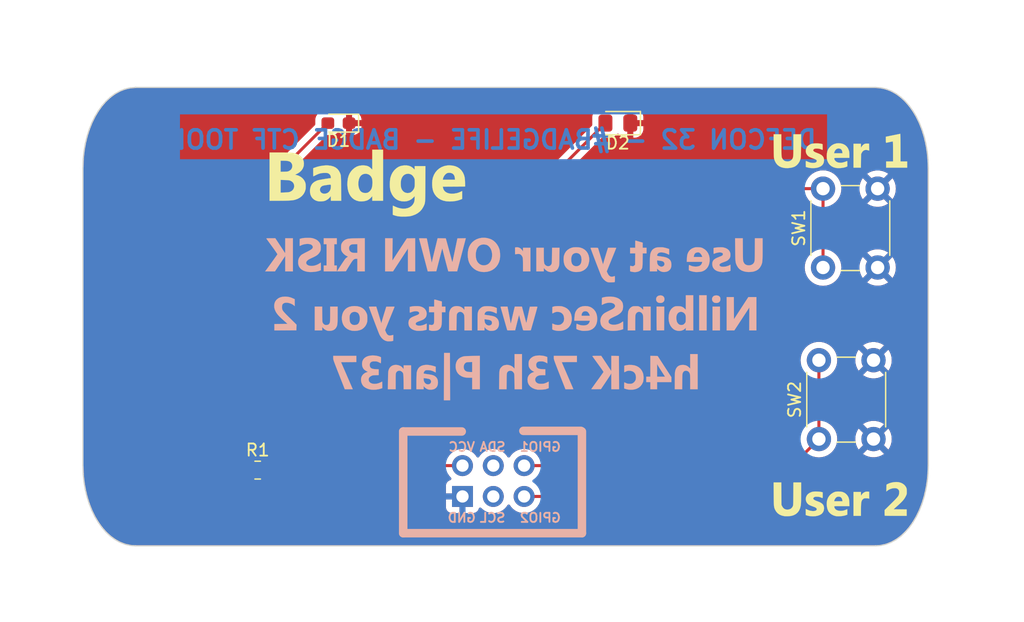
<source format=kicad_pcb>
(kicad_pcb (version 20221018) (generator pcbnew)
  (layers (0 "F.Cu" signal) (31 "B.Cu" signal) (34 "B.Paste" user) (35 "F.Paste" user) (36 "B.SilkS" user "B.Silkscreen") (37 "F.SilkS" user "F.Silkscreen") (38 "B.Mask" user) (39 "F.Mask" user) (44 "Edge.Cuts" user))
  (net 0 "")
  (net 1 "Net-(X1-GPIO1)")
  (net 2 "Net-(X1-GPIO2)")
  (net 5 "Net-(X1-VCC)")
  (net 6 "GND")
  (net 7 "Net-(D1-A)")
  (footprint "LOGO" (layer "F.Cu") (at 71.229084 55.775993)
    (fp_text reference "G***" hide)
    (fp_text value "LOGO" hide)
  )
  (footprint "LOGO" (layer "F.Cu") (at 71.229084 55.775993)
    (fp_text reference "G***" hide)
    (fp_text value "LOGO" hide)
  )
  (footprint "Resistor_SMD:R_0805_2012Metric_Pad1.20x1.40mm_HandSolder" (layer "F.Cu") (at 50.82 74.21)
    (fp_text reference "R1" (at 0 -1.65) (layer "F.SilkS"))
    (fp_text value "R")
    (pad "1" smd roundrect (at -1 0) (size 1.2 1.4) (layers "F.Cu" "F.Paste" "F.Mask") (roundrect_rratio 0.2083333333) (net 7 "Net-(D1-A)"))
    (pad "2" smd roundrect (at 1 0) (size 1.2 1.4) (layers "F.Cu" "F.Paste" "F.Mask") (roundrect_rratio 0.2083333333) (net 5 "Net-(X1-VCC)"))
  )
  (footprint "LED_SMD:LED_0603_1608Metric_Pad1.05x0.95mm_HandSolder" (layer "F.Cu") (at 57.4775 45.61 180)
    (fp_text reference "D1" (at 0 -1.43) (layer "F.SilkS"))
    (fp_text value "LED")
    (pad "1" smd roundrect (at -0.875 0 180) (size 1.05 0.95) (layers "F.Cu" "F.Paste" "F.Mask") (net 6 "GND"))
    (pad "2" smd roundrect (at 0.875 0 180) (size 1.05 0.95) (layers "F.Cu" "F.Paste" "F.Mask") (net 7 "Net-(D1-A)"))
  )
  (footprint "badgelife_sao_v169bis:Badgelife-SAOv169-SAO-2x3" (layer "F.Cu") (at 70.18 75.09)
    (fp_text reference "X1" hide)
    (fp_text value "Badgelife_sao_connector_v169bis")
    (fp_text user "GPIO2" (at 3.937 3.048) (layer "B.SilkS") (effects (font (size 0.75 0.75)) (justify mirror)))
    (fp_text user "SCL" (at 0 3.048) (layer "B.SilkS") (effects (font (size 0.75 0.75)) (justify mirror)))
    (fp_text user "SDA" (at 0 -2.794 unlocked) (layer "B.SilkS") (effects (font (size 0.75 0.75)) (justify mirror)))
    (fp_text user "VCC" (at -2.54 -2.794 unlocked) (layer "B.SilkS") (effects (font (size 0.75 0.75)) (justify mirror)))
    (fp_text user "GPIO1" (at 3.937 -2.794 unlocked) (layer "B.SilkS") (effects (font (size 0.75 0.75)) (justify mirror)))
    (fp_text user "GND" (at -2.54 3.048 unlocked) (layer "B.SilkS") (effects (font (size 0.75 0.75)) (justify mirror)))
    (pad "1" thru_hole oval (at -2.48 -1.25 270) (size 1.7272 1.7272) (drill 1.016) (layers "*.Cu" "*.Mask") (net 5 "Net-(X1-VCC)"))
    (pad "2" thru_hole rect (at -2.48 1.29 270) (size 1.7272 1.7272) (drill 1.016) (layers "*.Cu" "*.Mask") (net 6 "GND"))
    (pad "3" thru_hole oval (at 0.06 -1.25 270) (size 1.7272 1.7272) (drill 1.016) (layers "*.Cu" "*.Mask"))
    (pad "4" thru_hole oval (at 0.06 1.29 270) (size 1.7272 1.7272) (drill 1.016) (layers "*.Cu" "*.Mask"))
    (pad "5" thru_hole circle (at 2.6 -1.25 270) (size 1.7272 1.7272) (drill 1.016) (layers "*.Cu" "*.Mask") (net 1 "Net-(X1-GPIO1)"))
    (pad "6" thru_hole circle (at 2.6 1.29 270) (size 1.7272 1.7272) (drill 1.016) (layers "*.Cu" "*.Mask") (net 2 "Net-(X1-GPIO2)"))
  )
  (footprint "LOGO" (layer "F.Cu") (at 71.229084 55.775993)
    (fp_text reference "G***" hide)
    (fp_text value "LOGO" hide)
    (fp_poly (pts (xy -18.2245 4.720166) (xy -14.1605 4.720166) (xy -14.1605 0.783166) (xy -11.895667 0.783166) (xy -11.895667 10.689537) (xy -14.149917 10.678583) (xy -14.155316 8.673041) (xy -14.160715 6.6675) (xy -18.2245 6.6675) (xy -18.2245 10.689166) (xy -20.468167 10.689166) (xy -20.468167 0.783166) (xy -18.2245 0.783166) (xy -18.2245 4.720166)) (stroke (width 0.01)) (fill solid) (layer "F.Cu"))
    (fp_poly (pts (xy -4.212167 7.006166) (xy -3.026834 7.006166) (xy -3.026834 8.5725) (xy -4.212167 8.5725) (xy -4.212167 10.689166) (xy -5.203473 10.689166) (xy -5.404385 10.688874) (xy -5.592244 10.688036) (xy -5.762831 10.686712) (xy -5.911927 10.684962) (xy -6.03531 10.682844) (xy -6.128761 10.680417) (xy -6.188061 10.677741) (xy -6.208889 10.675055) (xy -6.211674 10.651716) (xy -6.214276 10.590151) (xy -6.216641 10.494468) (xy -6.218714 10.368775) (xy -6.220441 10.217179) (xy -6.221767 10.043788) (xy -6.222636 9.852709) (xy -6.222994 9.64805) (xy -6.223 9.616722) (xy -6.223 8.5725) (xy -10.519834 8.5725) (xy -10.519834 7.179642) (xy -10.407302 7.006166) (xy -8.683203 7.006166) (xy -6.227979 7.006166) (xy -6.215927 5.064125) (xy -6.214015 4.779568) (xy -6.211895 4.506081) (xy -6.209606 4.246764) (xy -6.207188 4.004717) (xy -6.204683 3.78304) (xy -6.202129 3.584832) (xy -6.199568 3.413193) (xy -6.197039 3.271222) (xy -6.194582 3.16202) (xy -6.192238 3.088687) (xy -6.190047 3.054321) (xy -6.189868 3.053291) (xy -6.183491 3.001367) (xy -6.19163 2.986091) (xy -6.21185 3.005319) (xy -6.241716 3.056907) (xy -6.274044 3.127375) (xy -6.309148 3.207347) (xy -6.348779 3.291348) (xy -6.394451 3.381897) (xy -6.447684 3.481513) (xy -6.509992 3.592716) (xy -6.582893 3.718024) (xy -6.667904 3.859958) (xy -6.766541 4.021037) (xy -6.880322 4.203779) (xy -7.010762 4.410706) (xy -7.159378 4.644335) (xy -7.327688 4.907186) (xy -7.517207 5.20178) (xy -7.602475 5.334) (xy -7.753128 5.567455) (xy -7.897796 5.791606) (xy -8.034752 6.003779) (xy -8.162267 6.201298) (xy -8.278615 6.38149) (xy -8.382069 6.541679) (xy -8.470901 6.679191) (xy -8.543384 6.791351) (xy -8.59779 6.875485) (xy -8.632392 6.928917) (xy -8.644785 6.947958) (xy -8.683203 7.006166) (xy -10.407302 7.006166) (xy -6.377368 0.79375) (xy -5.294768 0.788266) (xy -4.212167 0.782782) (xy -4.212167 7.006166)) (stroke (width 0.01)) (fill solid) (layer "F.Cu"))
    (fp_poly (pts (xy 11.267748 0.643658) (xy 11.609362 0.700008) (xy 11.935027 0.786752) (xy 12.238901 0.903884) (xy 12.329583 0.947279) (xy 12.565734 1.08458) (xy 12.799031 1.255129) (xy 13.019241 1.450488) (xy 13.216131 1.66222) (xy 13.256185 1.71127) (xy 13.430041 1.956853) (xy 13.590665 2.238427) (xy 13.736096 2.551176) (xy 13.864378 2.890286) (xy 13.973551 3.250943) (xy 14.061656 3.628333) (xy 14.084121 3.7465) (xy 14.150679 4.181447) (xy 14.198814 4.639018) (xy 14.228569 5.111116) (xy 14.239986 5.589647) (xy 14.233109 6.066517) (xy 14.207979 6.533632) (xy 14.164639 6.982896) (xy 14.103131 7.406215) (xy 14.063793 7.614318) (xy 13.956719 8.058184) (xy 13.824617 8.47256) (xy 13.668106 8.856482) (xy 13.487806 9.208984) (xy 13.284338 9.529101) (xy 13.058322 9.815869) (xy 12.810378 10.068321) (xy 12.541126 10.285492) (xy 12.251187 10.466418) (xy 12.220687 10.482686) (xy 11.914066 10.621016) (xy 11.582521 10.727945) (xy 11.230304 10.802742) (xy 10.861672 10.844676) (xy 10.48088 10.853015) (xy 10.170583 10.835029) (xy 9.798814 10.783121) (xy 9.453457 10.698755) (xy 9.132915 10.581219) (xy 8.83559 10.429799) (xy 8.559885 10.24378) (xy 8.304204 10.022449) (xy 8.264402 9.983062) (xy 8.055398 9.751973) (xy 7.871463 9.503655) (xy 7.709347 9.232535) (xy 7.565798 8.933039) (xy 7.437569 8.599597) (xy 7.410171 8.518338) (xy 7.310957 8.184503) (xy 7.229382 7.837404) (xy 7.164825 7.472356) (xy 7.11667 7.084672) (xy 7.084296 6.669666) (xy 7.067084 6.222653) (xy 7.063726 5.894916) (xy 7.069229 5.538861) (xy 9.296816 5.538861) (xy 9.298277 6.062036) (xy 9.298906 6.096) (xy 9.306716 6.400783) (xy 9.318037 6.670067) (xy 9.333599 6.910594) (xy 9.354131 7.129107) (xy 9.380364 7.332348) (xy 9.413027 7.52706) (xy 9.45285 7.719986) (xy 9.492817 7.887373) (xy 9.580033 8.182231) (xy 9.683457 8.43821) (xy 9.80333 8.65564) (xy 9.939894 8.834848) (xy 10.093392 8.976163) (xy 10.264064 9.079915) (xy 10.411723 9.135687) (xy 10.49361 9.149898) (xy 10.601613 9.156045) (xy 10.720354 9.15446) (xy 10.834457 9.145474) (xy 10.928544 9.129418) (xy 10.947728 9.124157) (xy 11.005195 9.099969) (xy 11.080686 9.059556) (xy 11.157997 9.011603) (xy 11.159022 9.010914) (xy 11.303814 8.892703) (xy 11.434161 8.741934) (xy 11.550376 8.557652) (xy 11.652771 8.338899) (xy 11.741659 8.084721) (xy 11.817352 7.794161) (xy 11.880163 7.466261) (xy 11.930403 7.100067) (xy 11.968385 6.694621) (xy 11.982048 6.490941) (xy 11.990534 6.300581) (xy 11.995592 6.080643) (xy 11.997371 5.840248) (xy 11.996021 5.588517) (xy 11.99169 5.334571) (xy 11.984528 5.087531) (xy 11.974683 4.856517) (xy 11.962304 4.650652) (xy 11.949472 4.497916) (xy 11.90171 4.107175) (xy 11.840268 3.756052) (xy 11.764981 3.444049) (xy 11.675685 3.170666) (xy 11.572216 2.935404) (xy 11.454409 2.737765) (xy 11.322101 2.57725) (xy 11.315142 2.570229) (xy 11.187953 2.458187) (xy 11.061572 2.381415) (xy 10.924417 2.334703) (xy 10.764905 2.312841) (xy 10.739849 2.311454) (xy 10.546063 2.315994) (xy 10.376496 2.351201) (xy 10.223372 2.420025) (xy 10.078913 2.525413) (xy 10.013267 2.586946) (xy 9.86876 2.759031) (xy 9.740487 2.970045) (xy 9.628445 3.220009) (xy 9.53263 3.508943) (xy 9.453038 3.836866) (xy 9.389665 4.2038) (xy 9.342506 4.609763) (xy 9.311558 5.054777) (xy 9.296816 5.538861) (xy 7.069229 5.538861) (xy 7.071239 5.408878) (xy 7.094226 4.957591) (xy 7.133357 4.536144) (xy 7.189302 4.139627) (xy 7.26273 3.763129) (xy 7.354313 3.401741) (xy 7.443324 3.113545) (xy 7.587901 2.734457) (xy 7.758902 2.38174) (xy 7.954801 2.057265) (xy 8.174075 1.762906) (xy 8.415198 1.500534) (xy 8.676645 1.272022) (xy 8.956891 1.079242) (xy 9.210263 0.944162) (xy 9.524898 0.818025) (xy 9.858633 0.722317) (xy 10.205628 0.657032) (xy 10.560039 0.622164) (xy 10.916027 0.617708) (xy 11.267748 0.643658)) (stroke (width 0.01)) (fill solid) (layer "F.Cu"))
    (fp_poly (pts (xy 17.933458 0.789136) (xy 18.292123 0.790579) (xy 18.611369 0.791989) (xy 18.894109 0.793485) (xy 19.143257 0.795182) (xy 19.361728 0.797199) (xy 19.552435 0.799651) (xy 19.718291 0.802657) (xy 19.862211 0.806334) (xy 19.987109 0.810797) (xy 20.095897 0.816165) (xy 20.191491 0.822554) (xy 20.276803 0.830081) (xy 20.354748 0.838864) (xy 20.42824 0.849019) (xy 20.500191 0.860663) (xy 20.573517 0.873914) (xy 20.65113 0.888889) (xy 20.710693 0.900682) (xy 21.08259 0.990286) (xy 21.420206 1.104566) (xy 21.72387 1.243818) (xy 21.993909 1.408336) (xy 22.230649 1.598416) (xy 22.434418 1.814352) (xy 22.605544 2.05644) (xy 22.744353 2.324975) (xy 22.851173 2.620251) (xy 22.916437 2.88925) (xy 22.937719 3.038521) (xy 22.950846 3.216805) (xy 22.955934 3.411825) (xy 22.953097 3.611309) (xy 22.942452 3.802982) (xy 22.924116 3.97457) (xy 22.905157 4.083761) (xy 22.813758 4.411597) (xy 22.685452 4.719093) (xy 22.521003 5.005225) (xy 22.321176 5.268968) (xy 22.086734 5.509298) (xy 21.818441 5.72519) (xy 21.556067 5.893502) (xy 21.408537 5.972592) (xy 21.243395 6.051481) (xy 21.076685 6.123009) (xy 20.924453 6.180012) (xy 20.886208 6.19252) (xy 20.821973 6.214512) (xy 20.777898 6.233094) (xy 20.764579 6.24274) (xy 20.782413 6.256912) (xy 20.827916 6.279965) (xy 20.863397 6.295363) (xy 21.025963 6.379188) (xy 21.199865 6.500601) (xy 21.38272 6.657143) (xy 21.572144 6.846354) (xy 21.765754 7.065775) (xy 21.961166 7.312945) (xy 22.155996 7.585406) (xy 22.24951 7.725833) (xy 22.304324 7.810424) (xy 22.3754 7.920688) (xy 22.460713 8.053449) (xy 22.558242 8.205532) (xy 22.665961 8.373761) (xy 22.781849 8.554959) (xy 22.903881 8.745952) (xy 23.030035 8.943564) (xy 23.158287 9.144619) (xy 23.286615 9.345941) (xy 23.412994 9.544355) (xy 23.535401 9.736685) (xy 23.651814 9.919755) (xy 23.760208 10.090389) (xy 23.858561 10.245412) (xy 23.94485 10.381649) (xy 24.01705 10.495923) (xy 24.07314 10.585058) (xy 24.111095 10.64588) (xy 24.128892 10.675212) (xy 24.13 10.677419) (xy 24.109439 10.679508) (xy 24.050181 10.681472) (xy 23.955861 10.683279) (xy 23.830115 10.684896) (xy 23.676579 10.68629) (xy 23.498889 10.687429) (xy 23.30068 10.68828) (xy 23.085588 10.68881) (xy 22.85725 10.688986) (xy 22.844125 10.688985) (xy 21.55825 10.688804) (xy 20.7645 9.372871) (xy 20.582939 9.072114) (xy 20.421471 8.805289) (xy 20.278518 8.569958) (xy 20.152499 8.363687) (xy 20.041836 8.184043) (xy 19.944949 8.028588) (xy 19.860259 7.89489) (xy 19.786186 7.780512) (xy 19.721152 7.68302) (xy 19.663576 7.599979) (xy 19.61188 7.528955) (xy 19.564485 7.467512) (xy 19.519811 7.413215) (xy 19.476278 7.36363) (xy 19.432309 7.316322) (xy 19.426961 7.310717) (xy 19.296518 7.182366) (xy 19.178201 7.084757) (xy 19.063315 7.011777) (xy 18.943165 6.957309) (xy 18.905391 6.943865) (xy 18.849146 6.92695) (xy 18.791203 6.914963) (xy 18.72282 6.90711) (xy 18.63525 6.902596) (xy 18.51975 6.900626) (xy 18.426364 6.900333) (xy 18.07656 6.900333) (xy 18.06575 10.678583) (xy 15.8115 10.689537) (xy 15.8115 5.212325) (xy 18.076333 5.212325) (xy 18.695458 5.201522) (xy 18.880614 5.197981) (xy 19.029377 5.194247) (xy 19.147683 5.189902) (xy 19.241472 5.184529) (xy 19.316682 5.177708) (xy 19.379251 5.169024) (xy 19.435118 5.158058) (xy 19.483916 5.146066) (xy 19.730293 5.061383) (xy 19.950594 4.944888) (xy 20.143022 4.798162) (xy 20.30578 4.622787) (xy 20.437071 4.420347) (xy 20.520863 4.232888) (xy 20.560599 4.087841) (xy 20.58561 3.917396) (xy 20.595123 3.736125) (xy 20.588367 3.558597) (xy 20.564919 3.400944) (xy 20.498743 3.18865) (xy 20.400866 3.004395) (xy 20.271182 2.848043) (xy 20.109584 2.719458) (xy 19.977421 2.645898) (xy 19.895096 2.607771) (xy 19.819701 2.57648) (xy 19.74583 2.55128) (xy 19.668078 2.531428) (xy 19.581037 2.516179) (xy 19.479301 2.50479) (xy 19.357464 2.496516) (xy 19.210119 2.490613) (xy 19.03186 2.486338) (xy 18.817281 2.482947) (xy 18.790708 2.482589) (xy 18.076333 2.473073) (xy 18.076333 5.212325) (xy 15.8115 5.212325) (xy 15.8115 0.780761) (xy 17.933458 0.789136)) (stroke (width 0.01)) (fill solid) (layer "F.Cu"))
    (fp_poly (pts (xy 5.479077 0.783306) (xy 5.706724 0.783767) (xy 5.897733 0.784615) (xy 6.05495 0.785914) (xy 6.181223 0.787729) (xy 6.2794 0.790125) (xy 6.352326 0.793167) (xy 6.402849 0.796918) (xy 6.433816 0.801444) (xy 6.448075 0.806809) (xy 6.449573 0.811282) (xy 6.437498 0.832492) (xy 6.40478 0.887787) (xy 6.352704 0.975036) (xy 6.282552 1.09211) (xy 6.195606 1.236879) (xy 6.093149 1.407215) (xy 5.976463 1.600986) (xy 5.846832 1.816064) (xy 5.705537 2.05032) (xy 5.553863 2.301623) (xy 5.39309 2.567844) (xy 5.224502 2.846853) (xy 5.049382 3.136521) (xy 4.975181 3.259213) (xy 4.777571 3.586302) (xy 4.590808 3.896183) (xy 4.415845 4.187252) (xy 4.253631 4.457903) (xy 4.105117 4.706531) (xy 3.971254 4.931531) (xy 3.852992 5.131298) (xy 3.751283 5.304227) (xy 3.667077 5.448713) (xy 3.601325 5.56315) (xy 3.554978 5.645935) (xy 3.528986 5.695461) (xy 3.52347 5.710019) (xy 3.535762 5.731511) (xy 3.568867 5.786995) (xy 3.621499 5.874354) (xy 3.692372 5.991476) (xy 3.780197 6.136244) (xy 3.883688 6.306544) (xy 4.001558 6.500262) (xy 4.132519 6.715281) (xy 4.275284 6.949489) (xy 4.428567 7.200769) (xy 4.59108 7.467006) (xy 4.761536 7.746087) (xy 4.938647 8.035896) (xy 5.026698 8.179912) (xy 5.206622 8.474253) (xy 5.380536 8.75895) (xy 5.547152 9.031883) (xy 5.705179 9.290932) (xy 5.853329 9.533979) (xy 5.990312 9.758903) (xy 6.114839 9.963584) (xy 6.225621 10.145904) (xy 6.321369 10.303741) (xy 6.400793 10.434978) (xy 6.462605 10.537493) (xy 6.505514 10.609168) (xy 6.528232 10.647883) (xy 6.531592 10.65415) (xy 6.532079 10.661336) (xy 6.525583 10.667451) (xy 6.509085 10.672565) (xy 6.479568 10.676744) (xy 6.434011 10.680059) (xy 6.369396 10.682578) (xy 6.282703 10.684369) (xy 6.170915 10.685501) (xy 6.031011 10.686043) (xy 5.859974 10.686062) (xy 5.654784 10.685629) (xy 5.412421 10.684811) (xy 5.216287 10.684034) (xy 3.887422 10.678583) (xy 3.013911 9.027583) (xy 2.859937 8.736371) (xy 2.724596 8.4799) (xy 2.606587 8.255567) (xy 2.504605 8.060768) (xy 2.41735 7.892898) (xy 2.343518 7.749355) (xy 2.281807 7.627534) (xy 2.230915 7.524831) (xy 2.189539 7.438643) (xy 2.156377 7.366365) (xy 2.130126 7.305393) (xy 2.109484 7.253125) (xy 2.093149 7.206955) (xy 2.079817 7.16428) (xy 2.076938 7.154333) (xy 2.049133 7.05492) (xy 2.024477 6.963075) (xy 2.006204 6.891045) (xy 1.998943 6.858977) (xy 1.991241 6.825568) (xy 1.983521 6.815722) (xy 1.972795 6.833936) (xy 1.956077 6.884705) (xy 1.935674 6.954227) (xy 1.913741 7.027623) (xy 1.890472 7.099591) (xy 1.864487 7.172956) (xy 1.834406 7.250547) (xy 1.798849 7.335189) (xy 1.756437 7.429712) (xy 1.705788 7.536941) (xy 1.645524 7.659704) (xy 1.574264 7.800828) (xy 1.490628 7.96314) (xy 1.393236 8.149467) (xy 1.280707 8.362637) (xy 1.151663 8.605477) (xy 1.004723 8.880813) (xy 0.896304 9.083512) (xy 0.036932 10.689166) (xy -1.296132 10.689166) (xy -1.56866 10.689079) (xy -1.801807 10.68877) (xy -1.998528 10.688167) (xy -2.161776 10.6872) (xy -2.294504 10.685796) (xy -2.399665 10.683884) (xy -2.480213 10.681393) (xy -2.539101 10.67825) (xy -2.579282 10.674385) (xy -2.603709 10.669726) (xy -2.615336 10.664201) (xy -2.617116 10.657739) (xy -2.616922 10.657181) (xy -2.604249 10.635764) (xy -2.570129 10.580762) (xy -2.515893 10.494272) (xy -2.44287 10.378391) (xy -2.352391 10.235218) (xy -2.245787 10.06685) (xy -2.124387 9.875384) (xy -1.989523 9.662919) (xy -1.842525 9.431553) (xy -1.684723 9.183382) (xy -1.517447 8.920504) (xy -1.342029 8.645018) (xy -1.159798 8.35902) (xy -1.07647 8.228306) (xy -0.891299 7.937829) (xy -0.712109 7.656653) (xy -0.540251 7.3869) (xy -0.377075 7.130694) (xy -0.223931 6.890156) (xy -0.082169 6.667409) (xy 0.046861 6.464575) (xy 0.161809 6.283778) (xy 0.261324 6.12714) (xy 0.344056 5.996783) (xy 0.408657 5.89483) (xy 0.453774 5.823403) (xy 0.478059 5.784625) (xy 0.481771 5.7785) (xy 0.485465 5.769965) (xy 0.486856 5.758961) (xy 0.484905 5.743629) (xy 0.478572 5.72211) (xy 0.466819 5.692543) (xy 0.448608 5.65307) (xy 0.422898 5.601832) (xy 0.388651 5.53697) (xy 0.344827 5.456623) (xy 0.290389 5.358934) (xy 0.224297 5.242043) (xy 0.145511 5.10409) (xy 0.052993 4.943217) (xy -0.054296 4.757564) (xy -0.177395 4.545272) (xy -0.317343 4.304481) (xy -0.475179 4.033334) (xy -0.651942 3.729969) (xy -0.848672 3.392529) (xy -0.918833 3.272209) (xy -1.091758 2.975538) (xy -1.258703 2.688869) (xy -1.418434 2.414333) (xy -1.569716 2.154063) (xy -1.711315 1.910192) (xy -1.841996 1.684852) (xy -1.960525 1.480178) (xy -2.065666 1.2983) (xy -2.156186 1.141352) (xy -2.230849 1.011468) (xy -2.288421 0.910778) (xy -2.327667 0.841417) (xy -2.347352 0.805516) (xy -2.3495 0.800845) (xy -2.328924 0.797809) (xy -2.269551 0.795101) (xy -2.174918 0.792751) (xy -2.048562 0.790794) (xy -1.894018 0.789262) (xy -1.714823 0.788186) (xy -1.514513 0.787601) (xy -1.296624 0.787538) (xy -1.064693 0.788031) (xy -0.990299 0.788302) (xy 0.368903 0.79375) (xy 0.818654 1.735666) (xy 0.979289 2.072172) (xy 1.122736 2.372922) (xy 1.250102 2.640333) (xy 1.362495 2.876823) (xy 1.461023 3.084813) (xy 1.546794 3.266719) (xy 1.620916 3.424961) (xy 1.684496 3.561956) (xy 1.738642 3.680124) (xy 1.784462 3.781883) (xy 1.823063 3.869651) (xy 1.855554 3.945847) (xy 1.883043 4.012889) (xy 1.906636 4.073196) (xy 1.927443 4.129186) (xy 1.94657 4.183277) (xy 1.965125 4.237889) (xy 1.965998 4.240498) (xy 2.002468 4.34854) (xy 2.03454 4.441632) (xy 2.059733 4.512719) (xy 2.075564 4.55475) (xy 2.079477 4.563033) (xy 2.089552 4.549263) (xy 2.107278 4.504958) (xy 2.125531 4.450034) (xy 2.156647 4.351474) (xy 2.187773 4.257922) (xy 2.220424 4.166215) (xy 2.256112 4.07319) (xy 2.296353 3.975685) (xy 2.342661 3.870536) (xy 2.396548 3.754581) (xy 2.459529 3.624657) (xy 2.533119 3.477602) (xy 2.618831 3.310252) (xy 2.718178 3.119444) (xy 2.832676 2.902017) (xy 2.963838 2.654806) (xy 3.113178 2.37465) (xy 3.169007 2.270125) (xy 3.963526 0.783166) (xy 5.211944 0.783166) (xy 5.479077 0.783306)) (stroke (width 0.01)) (fill solid) (layer "F.Cu"))
  )
  (footprint "LOGO" (layer "F.Cu") (at 71.229084 55.775993)
    (fp_text reference "G***" hide)
    (fp_text value "LOGO" hide)
  )
  (footprint "Button_Switch_THT:SW_PUSH_6mm" (layer "F.Cu") (at 97.42 57.51 90)
    (fp_text reference "SW1" (at 3.25 -2 90) (layer "F.SilkS"))
    (fp_text value "SW_Push")
    (pad "1" thru_hole circle (at 0 0 180) (size 2 2) (drill 1.1) (layers "*.Cu" "*.Mask") (net 1 "Net-(X1-GPIO1)"))
    (pad "1" thru_hole circle (at 6.5 0 180) (size 2 2) (drill 1.1) (layers "*.Cu" "*.Mask") (net 1 "Net-(X1-GPIO1)"))
    (pad "2" thru_hole circle (at 0 4.5 180) (size 2 2) (drill 1.1) (layers "*.Cu" "*.Mask") (net 6 "GND"))
    (pad "2" thru_hole circle (at 6.5 4.5 180) (size 2 2) (drill 1.1) (layers "*.Cu" "*.Mask") (net 6 "GND"))
  )
  (footprint "LED_SMD:LED_0805_2012Metric_Pad1.15x1.40mm_HandSolder" (layer "F.Cu") (at 80.5075 45.61 180)
    (fp_text reference "D2" (at 0 -1.65) (layer "F.SilkS"))
    (fp_text value "LED")
    (pad "1" smd roundrect (at -1.025 0 180) (size 1.15 1.4) (layers "F.Cu" "F.Paste" "F.Mask") (roundrect_rratio 0.2173913043) (net 6 "GND"))
    (pad "2" smd roundrect (at 1.025 0 180) (size 1.15 1.4) (layers "F.Cu" "F.Paste" "F.Mask") (roundrect_rratio 0.2173913043) (net 7 "Net-(D1-A)"))
  )
  (footprint "Button_Switch_THT:SW_PUSH_6mm" (layer "F.Cu") (at 97.08 71.65 90)
    (fp_text reference "SW2" (at 3.25 -2 90) (layer "F.SilkS"))
    (fp_text value "SW_Push")
    (pad "1" thru_hole circle (at 0 0 180) (size 2 2) (drill 1.1) (layers "*.Cu" "*.Mask") (net 2 "Net-(X1-GPIO2)"))
    (pad "1" thru_hole circle (at 6.5 0 180) (size 2 2) (drill 1.1) (layers "*.Cu" "*.Mask") (net 2 "Net-(X1-GPIO2)"))
    (pad "2" thru_hole circle (at 0 4.5 180) (size 2 2) (drill 1.1) (layers "*.Cu" "*.Mask") (net 6 "GND"))
    (pad "2" thru_hole circle (at 6.5 4.5 180) (size 2 2) (drill 1.1) (layers "*.Cu" "*.Mask") (net 6 "GND"))
  )
  (footprint "LOGO" (layer "F.Cu") (at 71.229084 55.775993)
    (fp_text reference "G***" hide)
    (fp_text value "LOGO" hide)
  )
  (footprint "LOGO" (layer "F.Cu") (at 71.229084 55.775993)
    (fp_text reference "G***" hide)
    (fp_text value "LOGO" hide)
  )
  (footprint "LOGO" (layer "F.Cu") (at 71.229084 55.775993)
    (fp_text reference "G***" hide)
    (fp_text value "LOGO" hide)
  )
  (gr_line (start 106.097784 73.809293) (end 106.075484 74.490493) (stroke (width 0.1)) (layer "Edge.Cuts"))
  (gr_line (start 104.518884 44.179493) (end 104.827284 44.607793) (stroke (width 0.1)) (layer "Edge.Cuts"))
  (gr_line (start 37.989364 78.939893) (end 37.680934 78.511593) (stroke (width 0.1)) (layer "Edge.Cuts"))
  (gr_line (start 103.445684 79.932893) (end 103.045984 80.155593) (stroke (width 0.1)) (layer "Edge.Cuts"))
  (gr_line (start 36.60519 75.789293) (end 36.498395 75.151493) (stroke (width 0.1)) (layer "Edge.Cuts"))
  (gr_line (start 103.045984 80.155593) (end 102.628684 80.318893) (stroke (width 0.1)) (layer "Edge.Cuts"))
  (gr_line (start 39.462284 80.155693) (end 39.062484 79.932893) (stroke (width 0.1)) (layer "Edge.Cuts"))
  (gr_line (start 103.445684 43.186493) (end 103.825884 43.465593) (stroke (width 0.1)) (layer "Edge.Cuts"))
  (gr_line (start 102.196084 42.700193) (end 102.628684 42.800493) (stroke (width 0.1)) (layer "Edge.Cuts"))
  (gr_line (start 39.879554 80.318893) (end 39.462284 80.155693) (stroke (width 0.1)) (layer "Edge.Cuts"))
  (gr_line (start 102.628684 80.318893) (end 102.196084 80.419193) (stroke (width 0.1)) (layer "Edge.Cuts"))
  (gr_line (start 40.312124 80.419193) (end 39.879554 80.318893) (stroke (width 0.1)) (layer "Edge.Cuts"))
  (gr_line (start 106.075484 74.490493) (end 106.009784 75.151493) (stroke (width 0.1)) (layer "Edge.Cuts"))
  (gr_line (start 105.574584 46.138093) (end 105.757184 46.719093) (stroke (width 0.1)) (layer "Edge.Cuts"))
  (gr_line (start 37.400724 78.040193) (end 37.150892 77.529093) (stroke (width 0.1)) (layer "Edge.Cuts"))
  (gr_line (start 36.933592 46.138093) (end 37.150892 45.590193) (stroke (width 0.1)) (layer "Edge.Cuts"))
  (gr_line (start 102.196084 80.419193) (end 101.750384 80.453393) (stroke (width 0.1)) (layer "Edge.Cuts"))
  (gr_line (start 36.410376 49.309993) (end 36.432739 48.628893) (stroke (width 0.1)) (layer "Edge.Cuts"))
  (gr_line (start 36.498395 47.967793) (end 36.60519 47.329993) (stroke (width 0.1)) (layer "Edge.Cuts"))
  (gr_line (start 105.107484 78.040193) (end 104.827284 78.511593) (stroke (width 0.1)) (layer "Edge.Cuts"))
  (gr_line (start 105.902984 75.789293) (end 105.757184 76.400293) (stroke (width 0.1)) (layer "Edge.Cuts"))
  (gr_line (start 37.680934 78.511593) (end 37.400724 78.040193) (stroke (width 0.1)) (layer "Edge.Cuts"))
  (gr_line (start 105.357384 77.529093) (end 105.107484 78.040193) (stroke (width 0.1)) (layer "Edge.Cuts"))
  (gr_line (start 36.410376 73.809293) (end 36.410376 49.309993) (stroke (width 0.1)) (layer "Edge.Cuts"))
  (gr_line (start 105.757184 46.719093) (end 105.902984 47.329993) (stroke (width 0.1)) (layer "Edge.Cuts"))
  (gr_line (start 36.498395 75.151493) (end 36.432739 74.490493) (stroke (width 0.1)) (layer "Edge.Cuts"))
  (gr_line (start 101.750384 42.665993) (end 102.196084 42.700193) (stroke (width 0.1)) (layer "Edge.Cuts"))
  (gr_line (start 36.750974 76.400293) (end 36.60519 75.789293) (stroke (width 0.1)) (layer "Edge.Cuts"))
  (gr_line (start 40.757864 42.665993) (end 40.757864 42.665993) (stroke (width 0.1)) (layer "Edge.Cuts"))
  (gr_line (start 39.462284 42.963693) (end 39.879554 42.800493) (stroke (width 0.1)) (layer "Edge.Cuts"))
  (gr_line (start 36.432739 74.490493) (end 36.410376 73.809293) (stroke (width 0.1)) (layer "Edge.Cuts"))
  (gr_line (start 105.902984 47.329993) (end 106.009784 47.967793) (stroke (width 0.1)) (layer "Edge.Cuts"))
  (gr_line (start 36.750974 46.719093) (end 36.933592 46.138093) (stroke (width 0.1)) (layer "Edge.Cuts"))
  (gr_line (start 38.682284 43.465593) (end 39.062484 43.186493) (stroke (width 0.1)) (layer "Edge.Cuts"))
  (gr_line (start 106.009784 47.967793) (end 106.075484 48.628793) (stroke (width 0.1)) (layer "Edge.Cuts"))
  (gr_line (start 36.432739 48.628893) (end 36.498395 47.967793) (stroke (width 0.1)) (layer "Edge.Cuts"))
  (gr_line (start 106.009784 75.151493) (end 105.902984 75.789293) (stroke (width 0.1)) (layer "Edge.Cuts"))
  (gr_line (start 106.075484 48.628793) (end 106.097784 49.309993) (stroke (width 0.1)) (layer "Edge.Cuts"))
  (gr_line (start 106.097784 49.309993) (end 106.097784 73.809293) (stroke (width 0.1)) (layer "Edge.Cuts"))
  (gr_line (start 105.757184 76.400293) (end 105.574584 76.981293) (stroke (width 0.1)) (layer "Edge.Cuts"))
  (gr_line (start 102.628684 42.800493) (end 103.045984 42.963693) (stroke (width 0.1)) (layer "Edge.Cuts"))
  (gr_line (start 37.150892 45.590193) (end 37.400724 45.079093) (stroke (width 0.1)) (layer "Edge.Cuts"))
  (gr_line (start 103.825884 79.653693) (end 103.445684 79.932893) (stroke (width 0.1)) (layer "Edge.Cuts"))
  (gr_line (start 40.757864 80.453393) (end 40.312124 80.419193) (stroke (width 0.1)) (layer "Edge.Cuts"))
  (gr_line (start 38.323864 79.321593) (end 37.989364 78.939893) (stroke (width 0.1)) (layer "Edge.Cuts"))
  (gr_line (start 37.400724 45.079093) (end 37.680934 44.607793) (stroke (width 0.1)) (layer "Edge.Cuts"))
  (gr_line (start 103.045984 42.963693) (end 103.445684 43.186493) (stroke (width 0.1)) (layer "Edge.Cuts"))
  (gr_line (start 104.184384 79.321593) (end 103.825884 79.653693) (stroke (width 0.1)) (layer "Edge.Cuts"))
  (gr_line (start 39.062484 79.932893) (end 38.682284 79.653693) (stroke (width 0.1)) (layer "Edge.Cuts"))
  (gr_line (start 101.750384 80.453393) (end 40.757864 80.453393) (stroke (width 0.1)) (layer "Edge.Cuts"))
  (gr_line (start 39.062484 43.186493) (end 39.462284 42.963693) (stroke (width 0.1)) (layer "Edge.Cuts"))
  (gr_line (start 105.357384 45.590193) (end 105.574584 46.138093) (stroke (width 0.1)) (layer "Edge.Cuts"))
  (gr_line (start 38.682284 79.653693) (end 38.323864 79.321593) (stroke (width 0.1)) (layer "Edge.Cuts"))
  (gr_line (start 40.757864 42.665993) (end 101.750384 42.665993) (stroke (width 0.1)) (layer "Edge.Cuts"))
  (gr_line (start 37.150892 77.529093) (end 36.933592 76.981293) (stroke (width 0.1)) (layer "Edge.Cuts"))
  (gr_line (start 40.312124 42.700193) (end 40.757864 42.665993) (stroke (width 0.1)) (layer "Edge.Cuts"))
  (gr_line (start 103.825884 43.465593) (end 104.184384 43.797693) (stroke (width 0.1)) (layer "Edge.Cuts"))
  (gr_line (start 104.827284 78.511593) (end 104.518884 78.939893) (stroke (width 0.1)) (layer "Edge.Cuts"))
  (gr_line (start 105.107484 45.079093) (end 105.357384 45.590193) (stroke (width 0.1)) (layer "Edge.Cuts"))
  (gr_line (start 105.574584 76.981293) (end 105.357384 77.529093) (stroke (width 0.1)) (layer "Edge.Cuts"))
  (gr_line (start 36.933592 76.981293) (end 36.750974 76.400293) (stroke (width 0.1)) (layer "Edge.Cuts"))
  (gr_line (start 104.518884 78.939893) (end 104.184384 79.321593) (stroke (width 0.1)) (layer "Edge.Cuts"))
  (gr_line (start 38.323864 43.797693) (end 38.682284 43.465593) (stroke (width 0.1)) (layer "Edge.Cuts"))
  (gr_line (start 39.879554 42.800493) (end 40.312124 42.700193) (stroke (width 0.1)) (layer "Edge.Cuts"))
  (gr_line (start 37.680934 44.607793) (end 37.989364 44.179493) (stroke (width 0.1)) (layer "Edge.Cuts"))
  (gr_line (start 104.827284 44.607793) (end 105.107484 45.079093) (stroke (width 0.1)) (layer "Edge.Cuts"))
  (gr_line (start 37.989364 44.179493) (end 38.323864 43.797693) (stroke (width 0.1)) (layer "Edge.Cuts"))
  (gr_line (start 40.757864 42.665993) (end 40.757864 42.665993) (stroke (width 0.1)) (layer "Edge.Cuts"))
  (gr_line (start 104.184384 43.797693) (end 104.518884 44.179493) (stroke (width 0.1)) (layer "Edge.Cuts"))
  (gr_line (start 36.60519 47.329993) (end 36.750974 46.719093) (stroke (width 0.1)) (layer "Edge.Cuts"))
  (gr_text "DEFCON 32 - #BADGELIFE - BADGE CTF TOOL" (at 97.03 47.86) (layer "B.Cu") (effects (font (size 1.5 1.5) (thickness 0.3) bold) (justify left bottom mirror)))
  (segment (start 86.33 55.4) (end 90.72 51.01) (width 0.25) (layer "F.Cu") (net 1))
  (segment (start 97.42 51.01) (end 97.42 57.51) (width 0.25) (layer "F.Cu") (net 1))
  (segment (start 86.33 64.022189) (end 86.33 55.4) (width 0.25) (layer "F.Cu") (net 1))
  (segment (start 90.72 51.01) (end 97.42 51.01) (width 0.25) (layer "F.Cu") (net 1))
  (segment (start 76.512189 73.84) (end 86.33 64.022189) (width 0.25) (layer "F.Cu") (net 1))
  (segment (start 72.78 73.84) (end 76.512189 73.84) (width 0.25) (layer "F.Cu") (net 1))
  (segment (start 72.78 76.38) (end 92.35 76.38) (width 0.25) (layer "F.Cu") (net 2))
  (segment (start 92.35 76.38) (end 97.08 71.65) (width 0.25) (layer "F.Cu") (net 2))
  (segment (start 97.08 65.15) (end 97.08 71.65) (width 0.25) (layer "F.Cu") (net 2))
  (segment (start 67.7 73.84) (end 52.19 73.84) (width 0.25) (layer "F.Cu") (net 5))
  (segment (start 52.19 73.84) (end 51.82 74.21) (width 0.25) (layer "F.Cu") (net 5))
  (segment (start 52.79625 49.41625) (end 56.6025 45.61) (width 0.25) (layer "F.Cu") (net 7))
  (segment (start 49.82 74.21) (end 49.82 52.3925) (width 0.25) (layer "F.Cu") (net 7))
  (segment (start 52.79625 49.41625) (end 75.67625 49.41625) (width 0.25) (layer "F.Cu") (net 7))
  (segment (start 75.67625 49.41625) (end 79.4825 45.61) (width 0.25) (layer "F.Cu") (net 7))
  (segment (start 49.82 52.3925) (end 52.79625 49.41625) (width 0.25) (layer "F.Cu") (net 7))
  (zone (net 6) (net_name "GND") (layer "F.Cu") (connect_pads (clearance 0.508)) (min_thickness 0.25) (fill yes (thermal_gap 0.5) (thermal_bridge_width 0.5))
    (polygon (pts (xy 29.83 35.69) (xy 29.58 36.55) (xy 114 36.18) (xy 111.44 86.76) (xy 29.58 86.27)))
  )
  (zone (net 6) (net_name "GND") (layer "B.Cu") (priority 1) (connect_pads (clearance 0.508)) (min_thickness 0.25) (fill yes (thermal_gap 0.5) (thermal_bridge_width 0.5))
    (polygon (pts (xy 112.34 39.22) (xy 113.97 82.93) (xy 32.83 83.15) (xy 34.38 35.46)))
  )
)
</source>
